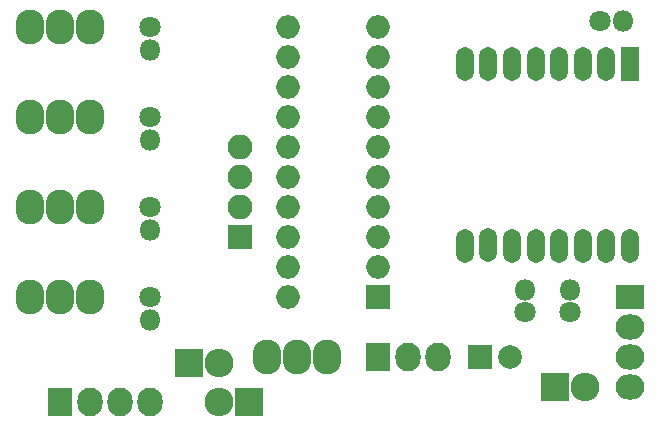
<source format=gbr>
G04 #@! TF.FileFunction,Soldermask,Bot*
%FSLAX46Y46*%
G04 Gerber Fmt 4.6, Leading zero omitted, Abs format (unit mm)*
G04 Created by KiCad (PCBNEW 4.0.5) date 02/09/17 22:31:50*
%MOMM*%
%LPD*%
G01*
G04 APERTURE LIST*
%ADD10C,0.100000*%
%ADD11R,2.000000X2.000000*%
%ADD12C,2.000000*%
%ADD13R,1.500000X2.900000*%
%ADD14O,1.500000X2.900000*%
%ADD15O,2.432000X2.940000*%
%ADD16R,2.100000X2.100000*%
%ADD17O,2.100000X2.100000*%
%ADD18C,1.800000*%
%ADD19O,1.800000X1.800000*%
%ADD20R,2.432000X2.127200*%
%ADD21O,2.432000X2.127200*%
%ADD22R,2.127200X2.432000*%
%ADD23O,2.127200X2.432000*%
%ADD24R,2.432000X2.432000*%
%ADD25O,2.432000X2.432000*%
%ADD26O,2.000000X2.000000*%
G04 APERTURE END LIST*
D10*
D11*
X158750000Y-106680000D03*
D12*
X161250000Y-106680000D03*
D13*
X171450000Y-81850000D03*
D14*
X169450000Y-81850000D03*
X167450000Y-81850000D03*
X165450000Y-81850000D03*
X163450000Y-81850000D03*
X161450000Y-81850000D03*
X159450000Y-81850000D03*
X157450000Y-81850000D03*
X157450000Y-97250000D03*
X159450000Y-97150000D03*
X161450000Y-97250000D03*
X163450000Y-97250000D03*
X165450000Y-97250000D03*
X167450000Y-97250000D03*
X169450000Y-97250000D03*
X171450000Y-97250000D03*
D15*
X123190000Y-93980000D03*
X120650000Y-93980000D03*
X125730000Y-93980000D03*
X123190000Y-78740000D03*
X120650000Y-78740000D03*
X125730000Y-78740000D03*
X123190000Y-101600000D03*
X120650000Y-101600000D03*
X125730000Y-101600000D03*
D16*
X138430000Y-96520000D03*
D17*
X138430000Y-93980000D03*
X138430000Y-91440000D03*
X138430000Y-88900000D03*
D18*
X130810000Y-101600000D03*
D19*
X130810000Y-103500000D03*
D18*
X130810000Y-93980000D03*
D19*
X130810000Y-95880000D03*
D18*
X130810000Y-86360000D03*
D19*
X130810000Y-88260000D03*
D18*
X130810000Y-78740000D03*
D19*
X130810000Y-80640000D03*
D20*
X171450000Y-101600000D03*
D21*
X171450000Y-104140000D03*
X171450000Y-106680000D03*
X171450000Y-109220000D03*
D22*
X123190000Y-110490000D03*
D23*
X125730000Y-110490000D03*
X128270000Y-110490000D03*
X130810000Y-110490000D03*
D24*
X134112000Y-107188000D03*
D25*
X136652000Y-107188000D03*
D18*
X166370000Y-102870000D03*
D19*
X166370000Y-100970000D03*
D18*
X168910000Y-78232000D03*
D19*
X170810000Y-78232000D03*
D15*
X123190000Y-86360000D03*
X120650000Y-86360000D03*
X125730000Y-86360000D03*
D11*
X150114000Y-101600000D03*
D26*
X142494000Y-78740000D03*
X150114000Y-99060000D03*
X142494000Y-81280000D03*
X150114000Y-96520000D03*
X142494000Y-83820000D03*
X150114000Y-93980000D03*
X142494000Y-86360000D03*
X150114000Y-91440000D03*
X142494000Y-88900000D03*
X150114000Y-88900000D03*
X142494000Y-91440000D03*
X150114000Y-86360000D03*
X142494000Y-93980000D03*
X150114000Y-83820000D03*
X142494000Y-96520000D03*
X150114000Y-81280000D03*
X142494000Y-99060000D03*
X150114000Y-78740000D03*
X142494000Y-101600000D03*
D24*
X139192000Y-110490000D03*
D25*
X136652000Y-110490000D03*
D24*
X165100000Y-109220000D03*
D25*
X167640000Y-109220000D03*
D22*
X150114000Y-106680000D03*
D23*
X152654000Y-106680000D03*
X155194000Y-106680000D03*
D18*
X162560000Y-102870000D03*
D19*
X162560000Y-100970000D03*
D15*
X143256000Y-106680000D03*
X145796000Y-106680000D03*
X140716000Y-106680000D03*
M02*

</source>
